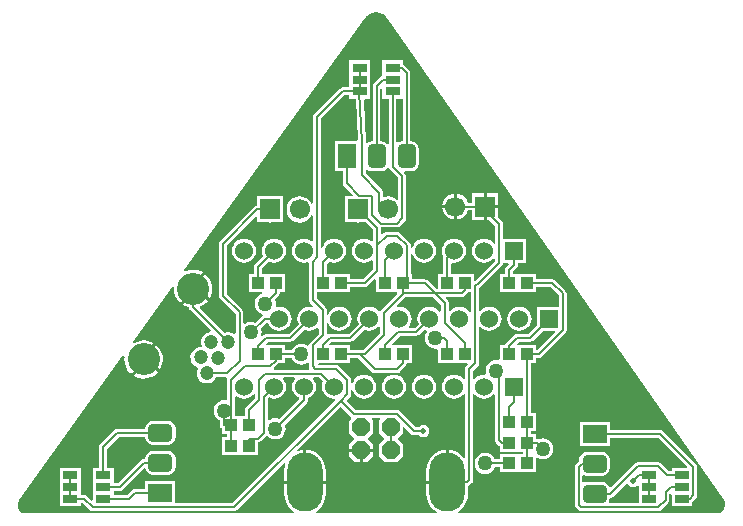
<source format=gtl>
G04 Layer_Physical_Order=1*
G04 Layer_Color=25308*
%FSLAX24Y24*%
%MOIN*%
G70*
G01*
G75*
%ADD10R,0.0492X0.0295*%
%ADD11R,0.0413X0.0394*%
%ADD12C,0.0059*%
%ADD13C,0.1070*%
%ADD14C,0.0472*%
%ADD15C,0.0669*%
%ADD16R,0.0669X0.0669*%
%ADD17P,0.0639X8X202.5*%
%ADD18O,0.1181X0.1969*%
%ADD19R,0.0600X0.0800*%
G04:AMPARAMS|DCode=20|XSize=60mil|YSize=80mil|CornerRadius=15mil|HoleSize=0mil|Usage=FLASHONLY|Rotation=0.000|XOffset=0mil|YOffset=0mil|HoleType=Round|Shape=RoundedRectangle|*
%AMROUNDEDRECTD20*
21,1,0.0600,0.0500,0,0,0.0*
21,1,0.0300,0.0800,0,0,0.0*
1,1,0.0300,0.0150,-0.0250*
1,1,0.0300,-0.0150,-0.0250*
1,1,0.0300,-0.0150,0.0250*
1,1,0.0300,0.0150,0.0250*
%
%ADD20ROUNDEDRECTD20*%
%ADD21R,0.0800X0.0600*%
G04:AMPARAMS|DCode=22|XSize=60mil|YSize=80mil|CornerRadius=15mil|HoleSize=0mil|Usage=FLASHONLY|Rotation=90.000|XOffset=0mil|YOffset=0mil|HoleType=Round|Shape=RoundedRectangle|*
%AMROUNDEDRECTD22*
21,1,0.0600,0.0500,0,0,90.0*
21,1,0.0300,0.0800,0,0,90.0*
1,1,0.0300,0.0250,0.0150*
1,1,0.0300,0.0250,-0.0150*
1,1,0.0300,-0.0250,-0.0150*
1,1,0.0300,-0.0250,0.0150*
%
%ADD22ROUNDEDRECTD22*%
%ADD23C,0.0600*%
%ADD24R,0.0600X0.0600*%
%ADD25C,0.0197*%
%ADD26C,0.0500*%
G36*
X26308Y16155D02*
Y15935D01*
X25761Y15388D01*
X25307D01*
Y15553D01*
X24645D01*
X24626Y15599D01*
X24695Y15668D01*
X25324D01*
X25374Y15678D01*
X25417Y15707D01*
X25787Y16076D01*
X25856Y16047D01*
X25961Y16034D01*
X26065Y16047D01*
X26162Y16088D01*
X26246Y16152D01*
X26261Y16171D01*
X26308Y16155D01*
D02*
G37*
G36*
X24268Y16106D02*
Y15935D01*
X23977Y15643D01*
X23948Y15601D01*
X23941Y15567D01*
X23892Y15542D01*
X23867Y15562D01*
X23781Y15597D01*
X23690Y15609D01*
X23599Y15597D01*
X23513Y15562D01*
X23440Y15506D01*
X23384Y15432D01*
X23366Y15388D01*
X23141D01*
Y15553D01*
X22529D01*
X22510Y15599D01*
X22579Y15668D01*
X23324D01*
X23374Y15678D01*
X23417Y15707D01*
X23787Y16076D01*
X23856Y16047D01*
X23961Y16034D01*
X24065Y16047D01*
X24162Y16088D01*
X24218Y16130D01*
X24268Y16106D01*
D02*
G37*
G36*
X30604Y18251D02*
X30517Y18163D01*
X30488Y18121D01*
X30478Y18070D01*
Y17915D01*
X30304D01*
Y17321D01*
X31507D01*
Y17486D01*
X32007D01*
X32268Y17225D01*
Y16837D01*
X31561D01*
Y16224D01*
X31269Y15932D01*
X30880D01*
X30829Y15922D01*
X30787Y15893D01*
X30517Y15624D01*
X30488Y15581D01*
X30483Y15553D01*
X30304D01*
Y15092D01*
X30254Y15055D01*
X30190Y15063D01*
X30099Y15051D01*
X30013Y15016D01*
X29940Y14960D01*
X29884Y14887D01*
X29849Y14801D01*
X29837Y14710D01*
X29849Y14619D01*
X29852Y14611D01*
X29822Y14571D01*
X29780Y14577D01*
X29675Y14563D01*
X29578Y14523D01*
X29494Y14459D01*
X29462Y14417D01*
X29412Y14434D01*
Y14705D01*
X29573Y14867D01*
X29602Y14909D01*
X29612Y14960D01*
Y16156D01*
X29659Y16172D01*
X29675Y16152D01*
X29759Y16088D01*
X29856Y16047D01*
X29961Y16034D01*
X30065Y16047D01*
X30162Y16088D01*
X30246Y16152D01*
X30310Y16235D01*
X30350Y16333D01*
X30364Y16437D01*
X30350Y16541D01*
X30310Y16639D01*
X30246Y16722D01*
X30162Y16786D01*
X30065Y16827D01*
X29961Y16840D01*
X29856Y16827D01*
X29759Y16786D01*
X29675Y16722D01*
X29659Y16702D01*
X29612Y16718D01*
Y17465D01*
X29633Y17486D01*
X29663Y17507D01*
X30373Y18217D01*
X30402Y18259D01*
X30410Y18301D01*
X30584D01*
X30604Y18251D01*
D02*
G37*
G36*
X28338Y16905D02*
Y16685D01*
X28288Y16668D01*
X28246Y16722D01*
X28162Y16786D01*
X28065Y16827D01*
X27961Y16840D01*
X27856Y16827D01*
X27759Y16786D01*
X27675Y16722D01*
X27611Y16639D01*
X27571Y16541D01*
X27557Y16437D01*
X27571Y16333D01*
X27600Y16263D01*
X27469Y16132D01*
X27294D01*
X27269Y16182D01*
X27310Y16235D01*
X27350Y16333D01*
X27364Y16437D01*
X27350Y16541D01*
X27310Y16639D01*
X27246Y16722D01*
X27162Y16786D01*
X27065Y16827D01*
X26961Y16840D01*
X26888Y16831D01*
X26865Y16878D01*
X27145Y17158D01*
X28085D01*
X28338Y16905D01*
D02*
G37*
G36*
X29348Y16671D02*
X29298Y16654D01*
X29246Y16722D01*
X29162Y16786D01*
X29065Y16827D01*
X28961Y16840D01*
X28856Y16827D01*
X28759Y16786D01*
X28675Y16722D01*
X28652Y16692D01*
X28602Y16709D01*
Y16960D01*
X28592Y17011D01*
X28563Y17053D01*
X28505Y17112D01*
X28524Y17158D01*
X29040D01*
X29091Y17168D01*
X29133Y17197D01*
X29227Y17290D01*
X29248Y17321D01*
X29348D01*
Y16671D01*
D02*
G37*
G36*
X22148Y13914D02*
Y13795D01*
X21855Y13502D01*
X21827Y13459D01*
X21817Y13409D01*
Y13191D01*
X21482D01*
X21482Y13370D01*
X21482Y13834D01*
X21532Y13859D01*
X21578Y13824D01*
X21675Y13784D01*
X21780Y13770D01*
X21884Y13784D01*
X21981Y13824D01*
X22065Y13888D01*
X22098Y13931D01*
X22148Y13914D01*
D02*
G37*
G36*
X26305Y26631D02*
X26424Y26582D01*
X26474Y26544D01*
X26509Y26513D01*
X26509Y26512D01*
X26517Y26495D01*
X26517Y26494D01*
X26517Y26494D01*
X26553Y26460D01*
X37796Y10394D01*
X37804Y10375D01*
X37816Y10287D01*
X37815Y10285D01*
X37816Y10284D01*
X37803Y10191D01*
X37767Y10103D01*
X37709Y10027D01*
X37641Y9975D01*
X37641Y9975D01*
X37598Y9956D01*
D01*
X37553Y9945D01*
X28918D01*
X28905Y9995D01*
X28937Y10012D01*
X29042Y10098D01*
X29128Y10203D01*
X29192Y10323D01*
X29232Y10453D01*
X29245Y10589D01*
Y10857D01*
X29251Y10858D01*
X29293Y10887D01*
X29373Y10967D01*
X29402Y11009D01*
X29412Y11060D01*
Y13913D01*
X29462Y13930D01*
X29494Y13888D01*
X29578Y13824D01*
X29675Y13784D01*
X29780Y13770D01*
X29884Y13784D01*
X29981Y13824D01*
X30065Y13888D01*
X30088Y13918D01*
X30138Y13901D01*
Y12400D01*
X30148Y12349D01*
X30177Y12307D01*
X30273Y12210D01*
X30304Y12190D01*
Y12006D01*
X31068D01*
Y11911D01*
X30304D01*
Y11746D01*
X30140D01*
X30122Y11791D01*
X30065Y11864D01*
X29992Y11920D01*
X29907Y11955D01*
X29816Y11967D01*
X29724Y11955D01*
X29639Y11920D01*
X29566Y11864D01*
X29510Y11791D01*
X29475Y11706D01*
X29463Y11614D01*
X29475Y11523D01*
X29510Y11438D01*
X29566Y11365D01*
X29639Y11308D01*
X29724Y11273D01*
X29816Y11261D01*
X29907Y11273D01*
X29992Y11308D01*
X30065Y11365D01*
X30122Y11438D01*
X30140Y11482D01*
X30304D01*
Y11317D01*
X31507D01*
Y11781D01*
X31552Y11803D01*
X31563Y11794D01*
X31649Y11759D01*
X31740Y11747D01*
X31831Y11759D01*
X31917Y11794D01*
X31990Y11850D01*
X32046Y11923D01*
X32081Y12009D01*
X32093Y12100D01*
X32081Y12191D01*
X32046Y12277D01*
X31990Y12350D01*
X31917Y12406D01*
X31831Y12441D01*
X31740Y12453D01*
X31649Y12441D01*
X31596Y12419D01*
X31587Y12425D01*
X31537Y12435D01*
X31507D01*
Y12600D01*
X31333D01*
Y12695D01*
X31507D01*
Y13289D01*
X31342D01*
Y14591D01*
X31333Y14637D01*
Y14959D01*
X31507D01*
Y15124D01*
X31606D01*
X31656Y15134D01*
X31699Y15163D01*
X32493Y15957D01*
X32522Y15999D01*
X32532Y16050D01*
Y17280D01*
X32522Y17331D01*
X32493Y17373D01*
X32155Y17711D01*
X32112Y17740D01*
X32062Y17750D01*
X31507D01*
Y17915D01*
X30742D01*
Y18015D01*
X30873Y18146D01*
X30902Y18189D01*
X30912Y18239D01*
Y18301D01*
X31180D01*
Y19101D01*
X30412D01*
Y19590D01*
X30402Y19641D01*
X30373Y19683D01*
X30257Y19799D01*
Y20127D01*
X29873D01*
Y19743D01*
X29941D01*
X30148Y19535D01*
Y18960D01*
X30098Y18943D01*
X30065Y18986D01*
X29981Y19050D01*
X29884Y19090D01*
X29780Y19104D01*
X29675Y19090D01*
X29578Y19050D01*
X29494Y18986D01*
X29430Y18903D01*
X29390Y18805D01*
X29376Y18701D01*
X29390Y18596D01*
X29430Y18499D01*
X29494Y18415D01*
X29578Y18351D01*
X29675Y18311D01*
X29780Y18297D01*
X29884Y18311D01*
X29981Y18351D01*
X30065Y18415D01*
X30098Y18459D01*
X30148Y18442D01*
Y18365D01*
X29497Y17714D01*
X29491Y17709D01*
X29441Y17736D01*
Y17915D01*
X28675D01*
Y18273D01*
X28713Y18306D01*
X28780Y18297D01*
X28884Y18311D01*
X28981Y18351D01*
X29065Y18415D01*
X29129Y18499D01*
X29169Y18596D01*
X29183Y18701D01*
X29169Y18805D01*
X29129Y18903D01*
X29065Y18986D01*
X28981Y19050D01*
X28884Y19090D01*
X28780Y19104D01*
X28675Y19090D01*
X28578Y19050D01*
X28494Y18986D01*
X28430Y18903D01*
X28390Y18805D01*
X28376Y18701D01*
X28390Y18596D01*
X28423Y18517D01*
X28421Y18515D01*
X28411Y18465D01*
Y17915D01*
X28237D01*
Y17442D01*
X28187Y17430D01*
X27905Y17711D01*
X27862Y17740D01*
X27812Y17750D01*
X27374D01*
Y17915D01*
X27342D01*
Y18587D01*
X27390Y18596D01*
X27430Y18499D01*
X27494Y18415D01*
X27578Y18351D01*
X27675Y18311D01*
X27780Y18297D01*
X27884Y18311D01*
X27981Y18351D01*
X28065Y18415D01*
X28129Y18499D01*
X28169Y18596D01*
X28183Y18701D01*
X28169Y18805D01*
X28129Y18903D01*
X28065Y18986D01*
X27981Y19050D01*
X27884Y19090D01*
X27780Y19104D01*
X27675Y19090D01*
X27578Y19050D01*
X27494Y18986D01*
X27430Y18903D01*
X27390Y18805D01*
X27342Y18815D01*
Y18880D01*
X27332Y18931D01*
X27303Y18973D01*
X26973Y19303D01*
X26931Y19332D01*
X26880Y19342D01*
X26540D01*
X26489Y19332D01*
X26447Y19303D01*
X26388Y19245D01*
X26342Y19264D01*
Y19459D01*
X26357Y19478D01*
X26880D01*
X26931Y19488D01*
X26973Y19517D01*
X27153Y19697D01*
X27182Y19739D01*
X27192Y19790D01*
Y21180D01*
X27182Y21231D01*
X27153Y21273D01*
X27127Y21299D01*
X27147Y21346D01*
X27347D01*
X27444Y21365D01*
X27527Y21420D01*
X27582Y21503D01*
X27602Y21600D01*
Y22100D01*
X27582Y22198D01*
X27527Y22281D01*
X27444Y22336D01*
X27347Y22355D01*
X27329D01*
Y24640D01*
X27319Y24691D01*
X27290Y24733D01*
X27127Y24897D01*
X27084Y24925D01*
X27078Y24926D01*
Y25051D01*
X26386D01*
Y24556D01*
Y24539D01*
X26349Y24531D01*
X26307Y24503D01*
X26103Y24300D01*
X26075Y24257D01*
X26065Y24206D01*
Y22355D01*
X26047D01*
X25949Y22336D01*
X25882Y22291D01*
X25857Y22295D01*
X25836Y22309D01*
X25832Y22313D01*
X25765Y23732D01*
X25800Y23768D01*
X25976D01*
Y24162D01*
Y24556D01*
Y25051D01*
X25284D01*
Y24556D01*
Y24162D01*
Y24148D01*
X25070D01*
X25019Y24138D01*
X24977Y24109D01*
X24117Y23249D01*
X24088Y23206D01*
X24078Y23156D01*
Y20283D01*
X24028Y20273D01*
X24017Y20298D01*
X23948Y20389D01*
X23857Y20458D01*
X23751Y20502D01*
X23638Y20517D01*
X23524Y20502D01*
X23419Y20458D01*
X23328Y20389D01*
X23258Y20298D01*
X23214Y20192D01*
X23199Y20079D01*
X23214Y19965D01*
X23258Y19860D01*
X23328Y19769D01*
X23419Y19699D01*
X23524Y19655D01*
X23638Y19640D01*
X23751Y19655D01*
X23857Y19699D01*
X23948Y19769D01*
X24017Y19860D01*
X24028Y19885D01*
X24078Y19875D01*
Y19039D01*
X24028Y19014D01*
X23981Y19050D01*
X23884Y19090D01*
X23780Y19104D01*
X23675Y19090D01*
X23578Y19050D01*
X23494Y18986D01*
X23430Y18903D01*
X23390Y18805D01*
X23376Y18701D01*
X23390Y18596D01*
X23430Y18499D01*
X23494Y18415D01*
X23578Y18351D01*
X23675Y18311D01*
X23780Y18297D01*
X23884Y18311D01*
X23896Y18316D01*
X23938Y18288D01*
Y17070D01*
X23948Y17019D01*
X23977Y16977D01*
X24080Y16873D01*
X24075Y16856D01*
X24054Y16828D01*
X23961Y16840D01*
X23856Y16827D01*
X23759Y16786D01*
X23675Y16722D01*
X23611Y16639D01*
X23571Y16541D01*
X23557Y16437D01*
X23571Y16333D01*
X23600Y16263D01*
X23269Y15932D01*
X22524D01*
X22474Y15922D01*
X22431Y15893D01*
X22390Y15853D01*
X22348Y15881D01*
X22351Y15889D01*
X22363Y15980D01*
X22351Y16071D01*
X22333Y16116D01*
X22522Y16305D01*
X22582D01*
X22611Y16235D01*
X22675Y16152D01*
X22759Y16088D01*
X22856Y16047D01*
X22961Y16034D01*
X23065Y16047D01*
X23162Y16088D01*
X23246Y16152D01*
X23310Y16235D01*
X23350Y16333D01*
X23364Y16437D01*
X23350Y16541D01*
X23310Y16639D01*
X23246Y16722D01*
X23162Y16786D01*
X23065Y16827D01*
X22961Y16840D01*
X22882Y16830D01*
X22875Y16833D01*
X22841Y16867D01*
X22839Y16873D01*
X22848Y16940D01*
X22836Y17031D01*
X22817Y17076D01*
X22928Y17187D01*
X22957Y17229D01*
X22967Y17280D01*
Y17321D01*
X23141D01*
Y17915D01*
X22376D01*
Y18111D01*
X22605Y18340D01*
X22675Y18311D01*
X22780Y18297D01*
X22884Y18311D01*
X22981Y18351D01*
X23065Y18415D01*
X23129Y18499D01*
X23169Y18596D01*
X23183Y18701D01*
X23169Y18805D01*
X23129Y18903D01*
X23065Y18986D01*
X22981Y19050D01*
X22884Y19090D01*
X22780Y19104D01*
X22675Y19090D01*
X22578Y19050D01*
X22494Y18986D01*
X22430Y18903D01*
X22390Y18805D01*
X22376Y18701D01*
X22390Y18596D01*
X22419Y18527D01*
X22151Y18259D01*
X22122Y18216D01*
X22112Y18165D01*
Y17915D01*
X21937D01*
Y17321D01*
X22370D01*
X22380Y17271D01*
X22318Y17246D01*
X22245Y17190D01*
X22189Y17117D01*
X22154Y17031D01*
X22142Y16940D01*
X22154Y16849D01*
X22189Y16763D01*
X22245Y16690D01*
X22318Y16634D01*
X22396Y16602D01*
X22402Y16574D01*
X22401Y16549D01*
X22374Y16530D01*
X22146Y16303D01*
X22101Y16321D01*
X22010Y16333D01*
X21919Y16321D01*
X21833Y16286D01*
X21807Y16265D01*
X21762Y16287D01*
Y16650D01*
X21752Y16701D01*
X21723Y16743D01*
X21202Y17265D01*
Y18885D01*
X22157Y19840D01*
X22203Y19821D01*
Y19644D01*
X22609D01*
X22638Y19640D01*
X22666Y19644D01*
X23072D01*
Y20050D01*
X23076Y20079D01*
X23072Y20107D01*
Y20513D01*
X22666D01*
X22638Y20517D01*
X22609Y20513D01*
X22203D01*
Y20210D01*
X22158Y20201D01*
X22115Y20172D01*
X20977Y19033D01*
X20948Y18991D01*
X20938Y18940D01*
Y17210D01*
X20948Y17159D01*
X20977Y17117D01*
X21498Y16595D01*
Y15947D01*
X21448Y15931D01*
X21376Y15968D01*
X21289Y15987D01*
X21201Y15984D01*
X21134Y15962D01*
X20303Y16793D01*
X20322Y16845D01*
X20426Y16897D01*
X20524Y16974D01*
X20573Y17031D01*
X20095Y17365D01*
X19761Y16888D01*
X19826Y16851D01*
X19945Y16812D01*
X19954Y16811D01*
X19959Y16786D01*
X19961Y16776D01*
X19989Y16733D01*
X20674Y16048D01*
X20654Y15997D01*
X20633Y15997D01*
X20549Y15970D01*
X20474Y15922D01*
X20414Y15857D01*
X20374Y15779D01*
X20354Y15692D01*
X20358Y15604D01*
X20381Y15531D01*
X20371Y15509D01*
X20366Y15501D01*
X20348Y15484D01*
X20272Y15481D01*
X20188Y15454D01*
X20113Y15406D01*
X20053Y15341D01*
X20012Y15263D01*
X19993Y15176D01*
X19997Y15088D01*
X20024Y15003D01*
X20071Y14929D01*
X20136Y14869D01*
X20215Y14828D01*
X20238Y14772D01*
X20219Y14734D01*
X20199Y14647D01*
X20203Y14559D01*
X20230Y14474D01*
X20277Y14400D01*
X20343Y14340D01*
X20421Y14299D01*
X20508Y14280D01*
X20596Y14284D01*
X20681Y14310D01*
X20755Y14358D01*
X20815Y14423D01*
X20848Y14486D01*
X21191D01*
X21206Y14471D01*
X21220Y14452D01*
X21226Y14438D01*
X21222Y14420D01*
X21218Y14400D01*
Y14400D01*
Y14400D01*
X21218Y13758D01*
X21168Y13716D01*
X21116Y13723D01*
X21025Y13711D01*
X20940Y13676D01*
X20867Y13620D01*
X20811Y13547D01*
X20775Y13461D01*
X20763Y13370D01*
X20775Y13279D01*
X20811Y13193D01*
X20867Y13120D01*
X20940Y13064D01*
X20984Y13046D01*
Y12894D01*
X20994Y12843D01*
X21023Y12800D01*
X21052Y12781D01*
Y12597D01*
X21218D01*
Y12502D01*
X21052D01*
Y11908D01*
X22256D01*
Y12311D01*
X22291Y12318D01*
X22333Y12347D01*
X22507Y12521D01*
X22570Y12520D01*
X22574Y12518D01*
X22643Y12464D01*
X22729Y12429D01*
X22820Y12417D01*
X22911Y12429D01*
X22997Y12464D01*
X23070Y12520D01*
X23126Y12593D01*
X23161Y12679D01*
X23173Y12770D01*
X23161Y12861D01*
X23143Y12906D01*
X23873Y13636D01*
X23902Y13679D01*
X23912Y13730D01*
Y13795D01*
X23981Y13824D01*
X24065Y13888D01*
X24129Y13971D01*
X24169Y14069D01*
X24183Y14173D01*
X24169Y14278D01*
X24129Y14375D01*
X24088Y14428D01*
X24113Y14478D01*
X24288D01*
X24419Y14347D01*
X24390Y14278D01*
X24376Y14173D01*
X24390Y14069D01*
X24430Y13971D01*
X24494Y13888D01*
X24578Y13824D01*
X24675Y13784D01*
X24780Y13770D01*
X24806Y13773D01*
X24829Y13726D01*
X21385Y10282D01*
X19496D01*
Y11030D01*
X18496D01*
Y10762D01*
X18137D01*
X18086Y10752D01*
X18043Y10723D01*
X17885Y10565D01*
X17433D01*
Y10579D01*
Y10695D01*
X17630D01*
X17681Y10705D01*
X17723Y10733D01*
X18445Y11455D01*
X18499Y11439D01*
X18511Y11382D01*
X18566Y11300D01*
X18649Y11244D01*
X18746Y11225D01*
X19246D01*
X19344Y11244D01*
X19426Y11300D01*
X19482Y11382D01*
X19501Y11480D01*
Y11780D01*
X19482Y11877D01*
X19426Y11960D01*
X19344Y12015D01*
X19246Y12035D01*
X18746D01*
X18649Y12015D01*
X18566Y11960D01*
X18511Y11877D01*
X18491Y11780D01*
Y11762D01*
X18433D01*
X18383Y11752D01*
X18340Y11723D01*
X17575Y10959D01*
X17433D01*
Y10973D01*
Y11468D01*
X17212D01*
Y12105D01*
X17605Y12498D01*
X18491D01*
Y12480D01*
X18511Y12382D01*
X18566Y12300D01*
X18649Y12244D01*
X18746Y12225D01*
X19246D01*
X19344Y12244D01*
X19426Y12300D01*
X19482Y12382D01*
X19501Y12480D01*
Y12780D01*
X19482Y12877D01*
X19426Y12960D01*
X19344Y13015D01*
X19246Y13035D01*
X18746D01*
X18649Y13015D01*
X18566Y12960D01*
X18511Y12877D01*
X18491Y12780D01*
Y12762D01*
X17550D01*
X17499Y12752D01*
X17457Y12723D01*
X16987Y12253D01*
X16958Y12211D01*
X16948Y12160D01*
Y11468D01*
X16741D01*
Y10973D01*
Y10579D01*
Y10395D01*
X16694Y10375D01*
X16543Y10526D01*
X16501Y10555D01*
X16450Y10565D01*
X16330D01*
Y10579D01*
Y10973D01*
Y11468D01*
X15638D01*
Y10973D01*
Y10579D01*
Y10185D01*
X16330D01*
Y10301D01*
X16395D01*
X16640Y10057D01*
X16683Y10028D01*
X16733Y10018D01*
X21440D01*
X21491Y10028D01*
X21533Y10057D01*
X23117Y11641D01*
X23162Y11614D01*
X23130Y11511D01*
X23117Y11376D01*
Y11032D01*
X23761D01*
Y12065D01*
X23676Y12057D01*
X23573Y12025D01*
X23546Y12070D01*
X24975Y13498D01*
X25025D01*
X25355Y13168D01*
X25356Y13167D01*
X25362Y13103D01*
X25294Y13034D01*
Y12639D01*
X25490Y12443D01*
X25294Y12247D01*
Y12099D01*
X26084D01*
Y12247D01*
X25888Y12443D01*
X26084Y12639D01*
Y13034D01*
X26035Y13083D01*
X26054Y13129D01*
X26308D01*
X26327Y13083D01*
X26278Y13034D01*
Y12639D01*
X26474Y12443D01*
X26278Y12247D01*
Y11852D01*
X26476Y11654D01*
X26871D01*
X27068Y11852D01*
Y12247D01*
X26872Y12443D01*
X27068Y12639D01*
Y12815D01*
X27115Y12834D01*
X27346Y12603D01*
X27389Y12575D01*
X27439Y12565D01*
X27606D01*
X27613Y12554D01*
X27678Y12510D01*
X27756Y12495D01*
X27833Y12510D01*
X27899Y12554D01*
X27943Y12619D01*
X27958Y12697D01*
X27943Y12774D01*
X27899Y12840D01*
X27833Y12884D01*
X27756Y12899D01*
X27678Y12884D01*
X27613Y12840D01*
X27606Y12829D01*
X27494D01*
X26968Y13355D01*
X26925Y13383D01*
X26875Y13393D01*
X25503D01*
X25187Y13710D01*
X25303Y13827D01*
X25332Y13869D01*
X25342Y13920D01*
Y14059D01*
X25390Y14069D01*
X25430Y13971D01*
X25494Y13888D01*
X25578Y13824D01*
X25675Y13784D01*
X25780Y13770D01*
X25884Y13784D01*
X25981Y13824D01*
X26065Y13888D01*
X26129Y13971D01*
X26169Y14069D01*
X26183Y14173D01*
X26169Y14278D01*
X26129Y14375D01*
X26065Y14459D01*
X25981Y14523D01*
X25884Y14563D01*
X25780Y14577D01*
X25675Y14563D01*
X25578Y14523D01*
X25494Y14459D01*
X25430Y14375D01*
X25390Y14278D01*
X25342Y14287D01*
Y14400D01*
X25332Y14451D01*
X25303Y14493D01*
X24933Y14863D01*
X24891Y14892D01*
X24840Y14902D01*
X24257D01*
X24251Y14909D01*
X24274Y14959D01*
X25307D01*
Y15124D01*
X25589D01*
X26047Y14667D01*
X26089Y14638D01*
X26140Y14628D01*
X26880D01*
X26931Y14638D01*
X26973Y14667D01*
X27160Y14854D01*
X27189Y14896D01*
X27199Y14947D01*
Y14959D01*
X27374D01*
Y15553D01*
X26725D01*
X26706Y15599D01*
X26975Y15868D01*
X27524D01*
X27574Y15878D01*
X27617Y15907D01*
X27787Y16076D01*
X27854Y16048D01*
X27856Y16047D01*
X27876Y15994D01*
X27854Y15967D01*
X27819Y15881D01*
X27807Y15790D01*
X27819Y15699D01*
X27854Y15613D01*
X27910Y15540D01*
X27983Y15484D01*
X28069Y15449D01*
X28160Y15437D01*
X28199Y15442D01*
X28237Y15409D01*
Y14959D01*
X29227D01*
X29246Y14913D01*
X29187Y14853D01*
X29158Y14811D01*
X29148Y14760D01*
Y14432D01*
X29098Y14415D01*
X29065Y14459D01*
X28981Y14523D01*
X28884Y14563D01*
X28780Y14577D01*
X28675Y14563D01*
X28578Y14523D01*
X28494Y14459D01*
X28430Y14375D01*
X28390Y14278D01*
X28376Y14173D01*
X28390Y14069D01*
X28430Y13971D01*
X28494Y13888D01*
X28578Y13824D01*
X28675Y13784D01*
X28780Y13770D01*
X28884Y13784D01*
X28981Y13824D01*
X29065Y13888D01*
X29098Y13931D01*
X29148Y13914D01*
Y11816D01*
X29098Y11798D01*
X29042Y11867D01*
X28937Y11953D01*
X28817Y12017D01*
X28687Y12057D01*
X28601Y12065D01*
Y10982D01*
X28551D01*
Y10932D01*
X27857D01*
Y10589D01*
X27871Y10453D01*
X27910Y10323D01*
X27974Y10203D01*
X28061Y10098D01*
X28166Y10012D01*
X28197Y9995D01*
X28185Y9945D01*
X24178D01*
X24165Y9995D01*
X24197Y10012D01*
X24302Y10098D01*
X24388Y10203D01*
X24452Y10323D01*
X24492Y10453D01*
X24505Y10589D01*
Y10932D01*
X23117D01*
Y10589D01*
X23130Y10453D01*
X23170Y10323D01*
X23234Y10203D01*
X23320Y10098D01*
X23426Y10012D01*
X23457Y9995D01*
X23444Y9945D01*
X14397D01*
X14390Y9948D01*
X14327Y9996D01*
X14278Y10061D01*
X14247Y10136D01*
X14236Y10216D01*
X14245Y10285D01*
X14261Y10329D01*
D01*
X14262Y10333D01*
X14281Y10366D01*
X14295Y10387D01*
X17751Y15215D01*
X17761Y15214D01*
X17805Y15164D01*
X17796Y15095D01*
X17806Y14970D01*
X17840Y14849D01*
X17896Y14738D01*
X17973Y14640D01*
X18030Y14591D01*
X18393Y15109D01*
X18757Y15628D01*
X18691Y15665D01*
X18572Y15704D01*
X18448Y15719D01*
X18324Y15709D01*
X18203Y15675D01*
X18108Y15627D01*
X18075Y15666D01*
X19403Y17522D01*
X19452Y17504D01*
X19445Y17449D01*
X19454Y17324D01*
X19488Y17204D01*
X19545Y17092D01*
X19622Y16994D01*
X19679Y16945D01*
X20042Y17464D01*
X20405Y17982D01*
X20340Y18019D01*
X20221Y18058D01*
X20097Y18073D01*
X19972Y18063D01*
X19852Y18030D01*
X19815Y18011D01*
X19781Y18050D01*
X25803Y26461D01*
X25816Y26473D01*
X25839Y26494D01*
X25846Y26512D01*
X25881Y26543D01*
X25932Y26582D01*
X26050Y26631D01*
X26178Y26648D01*
X26305Y26631D01*
D02*
G37*
G36*
X23471Y14428D02*
X23430Y14375D01*
X23390Y14278D01*
X23376Y14173D01*
X23390Y14069D01*
X23430Y13971D01*
X23494Y13888D01*
X23578Y13824D01*
X23605Y13813D01*
X23617Y13754D01*
X22956Y13093D01*
X22911Y13111D01*
X22820Y13123D01*
X22729Y13111D01*
X22643Y13076D01*
X22617Y13055D01*
X22572Y13077D01*
Y13779D01*
X22605Y13812D01*
X22675Y13784D01*
X22780Y13770D01*
X22884Y13784D01*
X22981Y13824D01*
X23065Y13888D01*
X23129Y13971D01*
X23169Y14069D01*
X23183Y14173D01*
X23169Y14278D01*
X23129Y14375D01*
X23088Y14428D01*
X23113Y14478D01*
X23446D01*
X23471Y14428D01*
D02*
G37*
G36*
X32154Y15991D02*
X31557Y15394D01*
X31507Y15403D01*
Y15553D01*
X30885D01*
X30866Y15599D01*
X30935Y15668D01*
X31324D01*
X31374Y15678D01*
X31417Y15707D01*
X31747Y16037D01*
X32135D01*
X32154Y15991D01*
D02*
G37*
G36*
X23384Y15079D02*
X23440Y15006D01*
X23513Y14950D01*
X23599Y14915D01*
X23690Y14903D01*
X23781Y14915D01*
X23867Y14950D01*
X23893Y14971D01*
X23938Y14948D01*
Y14860D01*
X23948Y14809D01*
X23960Y14792D01*
X23933Y14742D01*
X22794D01*
X22773Y14792D01*
X22928Y14947D01*
X22936Y14959D01*
X23141D01*
Y15124D01*
X23366D01*
X23384Y15079D01*
D02*
G37*
G36*
X26170Y17738D02*
Y17321D01*
X26869D01*
X26888Y17275D01*
X26347Y16733D01*
X26325Y16701D01*
X26271Y16690D01*
X26246Y16722D01*
X26162Y16786D01*
X26065Y16827D01*
X25961Y16840D01*
X25856Y16827D01*
X25759Y16786D01*
X25675Y16722D01*
X25611Y16639D01*
X25571Y16541D01*
X25557Y16437D01*
X25571Y16333D01*
X25600Y16263D01*
X25269Y15932D01*
X24640D01*
X24589Y15922D01*
X24582Y15917D01*
X24532Y15944D01*
Y16296D01*
X24582Y16306D01*
X24611Y16235D01*
X24675Y16152D01*
X24759Y16088D01*
X24856Y16047D01*
X24961Y16034D01*
X25065Y16047D01*
X25162Y16088D01*
X25246Y16152D01*
X25310Y16235D01*
X25350Y16333D01*
X25364Y16437D01*
X25350Y16541D01*
X25310Y16639D01*
X25246Y16722D01*
X25162Y16786D01*
X25065Y16827D01*
X24961Y16840D01*
X24856Y16827D01*
X24759Y16786D01*
X24675Y16722D01*
X24611Y16639D01*
X24582Y16568D01*
X24532Y16578D01*
Y16740D01*
X24522Y16791D01*
X24493Y16833D01*
X24202Y17125D01*
Y17321D01*
X25307D01*
Y17486D01*
X25798D01*
X25849Y17496D01*
X25891Y17525D01*
X26123Y17757D01*
X26170Y17738D01*
D02*
G37*
G36*
X25284Y23768D02*
X25499D01*
X25564Y22387D01*
X25529Y22350D01*
X24797D01*
Y21350D01*
X25065D01*
Y20960D01*
X25075Y20909D01*
X25103Y20867D01*
X25411Y20560D01*
X25391Y20513D01*
X25156D01*
Y20107D01*
X25152Y20079D01*
X25156Y20050D01*
Y19644D01*
X25562D01*
X25591Y19640D01*
X25619Y19644D01*
X25838D01*
X26078Y19405D01*
Y19039D01*
X26028Y19014D01*
X25981Y19050D01*
X25884Y19090D01*
X25780Y19104D01*
X25675Y19090D01*
X25578Y19050D01*
X25494Y18986D01*
X25430Y18903D01*
X25390Y18805D01*
X25376Y18701D01*
X25390Y18596D01*
X25430Y18499D01*
X25494Y18415D01*
X25578Y18351D01*
X25675Y18311D01*
X25780Y18297D01*
X25884Y18311D01*
X25981Y18351D01*
X26028Y18387D01*
X26078Y18363D01*
Y18085D01*
X25743Y17750D01*
X25307D01*
Y17915D01*
X24542D01*
Y18276D01*
X24605Y18340D01*
X24675Y18311D01*
X24780Y18297D01*
X24884Y18311D01*
X24981Y18351D01*
X25065Y18415D01*
X25129Y18499D01*
X25169Y18596D01*
X25183Y18701D01*
X25169Y18805D01*
X25129Y18903D01*
X25065Y18986D01*
X24981Y19050D01*
X24884Y19090D01*
X24780Y19104D01*
X24675Y19090D01*
X24578Y19050D01*
X24494Y18986D01*
X24430Y18903D01*
X24390Y18805D01*
X24342Y18815D01*
Y23101D01*
X25125Y23884D01*
X25284D01*
Y23768D01*
D02*
G37*
G36*
X27065Y22355D02*
X27047D01*
X26949Y22336D01*
X26912Y22311D01*
X26862Y22338D01*
Y23768D01*
X27065D01*
Y22355D01*
D02*
G37*
G36*
X26386Y24086D02*
Y23768D01*
X26598D01*
Y22265D01*
X26548Y22249D01*
X26527Y22281D01*
X26444Y22336D01*
X26347Y22355D01*
X26329D01*
Y24108D01*
X26336Y24113D01*
X26386Y24086D01*
D02*
G37*
G36*
X26587Y21461D02*
X26611Y21455D01*
X26637Y21417D01*
X26928Y21125D01*
Y20431D01*
X26878Y20406D01*
X26810Y20458D01*
X26704Y20502D01*
X26591Y20517D01*
X26477Y20502D01*
X26459Y20495D01*
X26418Y20523D01*
Y20642D01*
X26407Y20693D01*
X26379Y20736D01*
X25832Y21282D01*
Y21389D01*
X25882Y21410D01*
X25949Y21365D01*
X26047Y21346D01*
X26347D01*
X26444Y21365D01*
X26527Y21420D01*
X26556Y21464D01*
X26587Y21461D01*
D02*
G37*
%LPC*%
G36*
X26780Y14577D02*
X26675Y14563D01*
X26578Y14523D01*
X26494Y14459D01*
X26430Y14375D01*
X26390Y14278D01*
X26376Y14173D01*
X26390Y14069D01*
X26430Y13971D01*
X26494Y13888D01*
X26578Y13824D01*
X26675Y13784D01*
X26780Y13770D01*
X26884Y13784D01*
X26981Y13824D01*
X27065Y13888D01*
X27129Y13971D01*
X27169Y14069D01*
X27183Y14173D01*
X27169Y14278D01*
X27129Y14375D01*
X27065Y14459D01*
X26981Y14523D01*
X26884Y14563D01*
X26780Y14577D01*
D02*
G37*
G36*
X26084Y11999D02*
X25739D01*
Y11654D01*
X25887D01*
X26084Y11852D01*
Y11999D01*
D02*
G37*
G36*
X28501Y12065D02*
X28416Y12057D01*
X28286Y12017D01*
X28166Y11953D01*
X28061Y11867D01*
X27974Y11761D01*
X27910Y11642D01*
X27871Y11511D01*
X27857Y11376D01*
Y11032D01*
X28501D01*
Y12065D01*
D02*
G37*
G36*
X23861D02*
Y11032D01*
X24505D01*
Y11376D01*
X24492Y11511D01*
X24452Y11642D01*
X24388Y11761D01*
X24302Y11867D01*
X24197Y11953D01*
X24077Y12017D01*
X23946Y12057D01*
X23861Y12065D01*
D02*
G37*
G36*
X25639Y11999D02*
X25294D01*
Y11852D01*
X25491Y11654D01*
X25639D01*
Y11999D01*
D02*
G37*
G36*
X33965Y12998D02*
X32965D01*
Y12198D01*
X33965D01*
Y12466D01*
X35607D01*
X36559Y11514D01*
X36540Y11468D01*
X36032D01*
Y11353D01*
X35935D01*
X35674Y11613D01*
X35631Y11642D01*
X35580Y11652D01*
X34900D01*
X34850Y11642D01*
X34807Y11613D01*
X34002Y10809D01*
X33955Y10823D01*
X33950Y10846D01*
X33895Y10929D01*
X33812Y10984D01*
X33715Y11003D01*
X33215D01*
X33117Y10984D01*
X33106Y10977D01*
X33062Y11000D01*
Y11197D01*
X33106Y11220D01*
X33117Y11213D01*
X33215Y11194D01*
X33715D01*
X33812Y11213D01*
X33895Y11268D01*
X33950Y11351D01*
X33969Y11448D01*
Y11748D01*
X33950Y11846D01*
X33895Y11929D01*
X33812Y11984D01*
X33715Y12003D01*
X33215D01*
X33117Y11984D01*
X33034Y11929D01*
X32979Y11846D01*
X32960Y11748D01*
Y11701D01*
X32947Y11692D01*
X32837Y11582D01*
X32808Y11539D01*
X32798Y11488D01*
Y10240D01*
X32808Y10189D01*
X32837Y10147D01*
X32927Y10057D01*
X32969Y10028D01*
X33020Y10018D01*
X35580D01*
X35631Y10028D01*
X35673Y10057D01*
X35923Y10307D01*
X35952Y10349D01*
X35962Y10400D01*
Y10584D01*
X35982Y10599D01*
X36023Y10583D01*
X36032Y10575D01*
Y10185D01*
X36724D01*
Y10333D01*
X36733Y10340D01*
X36853Y10460D01*
X36882Y10503D01*
X36892Y10553D01*
Y11500D01*
X36882Y11551D01*
X36853Y11593D01*
X35755Y12692D01*
X35712Y12720D01*
X35662Y12730D01*
X33965D01*
Y12998D01*
D02*
G37*
G36*
X27780Y14577D02*
X27675Y14563D01*
X27578Y14523D01*
X27494Y14459D01*
X27430Y14375D01*
X27390Y14278D01*
X27376Y14173D01*
X27390Y14069D01*
X27430Y13971D01*
X27494Y13888D01*
X27578Y13824D01*
X27675Y13784D01*
X27780Y13770D01*
X27884Y13784D01*
X27981Y13824D01*
X28065Y13888D01*
X28129Y13971D01*
X28169Y14069D01*
X28183Y14173D01*
X28169Y14278D01*
X28129Y14375D01*
X28065Y14459D01*
X27981Y14523D01*
X27884Y14563D01*
X27780Y14577D01*
D02*
G37*
G36*
X30961Y16840D02*
X30856Y16827D01*
X30759Y16786D01*
X30675Y16722D01*
X30611Y16639D01*
X30571Y16541D01*
X30557Y16437D01*
X30571Y16333D01*
X30611Y16235D01*
X30675Y16152D01*
X30759Y16088D01*
X30856Y16047D01*
X30961Y16034D01*
X31065Y16047D01*
X31162Y16088D01*
X31246Y16152D01*
X31310Y16235D01*
X31350Y16333D01*
X31364Y16437D01*
X31350Y16541D01*
X31310Y16639D01*
X31246Y16722D01*
X31162Y16786D01*
X31065Y16827D01*
X30961Y16840D01*
D02*
G37*
G36*
X28773Y20127D02*
X28391D01*
X28399Y20064D01*
X28443Y19958D01*
X28513Y19867D01*
X28604Y19798D01*
X28709Y19754D01*
X28773Y19745D01*
Y20127D01*
D02*
G37*
G36*
X20487Y17925D02*
X20152Y17447D01*
X20630Y17113D01*
X20667Y17178D01*
X20706Y17297D01*
X20721Y17421D01*
X20711Y17546D01*
X20678Y17666D01*
X20621Y17778D01*
X20544Y17876D01*
X20487Y17925D01*
D02*
G37*
G36*
X21780Y19104D02*
X21675Y19090D01*
X21578Y19050D01*
X21494Y18986D01*
X21430Y18903D01*
X21390Y18805D01*
X21376Y18701D01*
X21390Y18596D01*
X21430Y18499D01*
X21494Y18415D01*
X21578Y18351D01*
X21675Y18311D01*
X21780Y18297D01*
X21884Y18311D01*
X21981Y18351D01*
X22065Y18415D01*
X22129Y18499D01*
X22169Y18596D01*
X22183Y18701D01*
X22169Y18805D01*
X22129Y18903D01*
X22065Y18986D01*
X21981Y19050D01*
X21884Y19090D01*
X21780Y19104D01*
D02*
G37*
G36*
X28773Y20609D02*
X28709Y20601D01*
X28604Y20557D01*
X28513Y20487D01*
X28443Y20396D01*
X28399Y20291D01*
X28391Y20227D01*
X28773D01*
Y20609D01*
D02*
G37*
G36*
X29773Y20612D02*
X29388D01*
Y20309D01*
X29239D01*
X29202Y20396D01*
X29133Y20487D01*
X29042Y20557D01*
X28936Y20601D01*
X28873Y20609D01*
Y20177D01*
Y19745D01*
X28936Y19754D01*
X29042Y19798D01*
X29133Y19867D01*
X29202Y19958D01*
X29239Y20045D01*
X29388D01*
Y19743D01*
X29773D01*
Y20177D01*
Y20612D01*
D02*
G37*
G36*
X18447Y15011D02*
X18112Y14533D01*
X18177Y14497D01*
X18296Y14458D01*
X18420Y14443D01*
X18545Y14452D01*
X18666Y14486D01*
X18777Y14543D01*
X18876Y14620D01*
X18924Y14677D01*
X18447Y15011D01*
D02*
G37*
G36*
X30257Y20612D02*
X29873D01*
Y20227D01*
X30257D01*
Y20612D01*
D02*
G37*
G36*
X18838Y15571D02*
X18504Y15093D01*
X18982Y14759D01*
X19018Y14824D01*
X19057Y14943D01*
X19072Y15067D01*
X19063Y15192D01*
X19029Y15312D01*
X18973Y15424D01*
X18895Y15522D01*
X18838Y15571D01*
D02*
G37*
%LPD*%
G36*
X34568Y10930D02*
X34601Y10881D01*
X34667Y10837D01*
X34744Y10821D01*
X34822Y10837D01*
X34880Y10875D01*
X34930Y10861D01*
Y10579D01*
Y10282D01*
X33957D01*
X33934Y10326D01*
X33950Y10351D01*
X33969Y10448D01*
Y10466D01*
X33979D01*
X34029Y10476D01*
X34072Y10505D01*
X34511Y10943D01*
X34568Y10930D01*
D02*
G37*
D10*
X26732Y24803D02*
D03*
Y24409D02*
D03*
Y24016D02*
D03*
X25630D02*
D03*
Y24409D02*
D03*
Y24803D02*
D03*
X36378Y11220D02*
D03*
Y10827D02*
D03*
Y10433D02*
D03*
X35276D02*
D03*
Y10827D02*
D03*
Y11220D02*
D03*
X17087D02*
D03*
Y10827D02*
D03*
Y10433D02*
D03*
X15984D02*
D03*
Y10827D02*
D03*
Y11220D02*
D03*
D11*
X21358Y12205D02*
D03*
X21949D02*
D03*
X22835Y15256D02*
D03*
X22244D02*
D03*
X22835Y17618D02*
D03*
X22244D02*
D03*
X21358Y12894D02*
D03*
X21949D02*
D03*
X25000Y15256D02*
D03*
X24409D02*
D03*
X25000Y17618D02*
D03*
X24409D02*
D03*
X31201Y11614D02*
D03*
X30610D02*
D03*
X27067Y15256D02*
D03*
X26476D02*
D03*
X27067Y17618D02*
D03*
X26476D02*
D03*
X31201Y12303D02*
D03*
X30610D02*
D03*
X29134Y15256D02*
D03*
X28543D02*
D03*
X29134Y17618D02*
D03*
X28543D02*
D03*
X31201Y12992D02*
D03*
X30610D02*
D03*
X31201Y15256D02*
D03*
X30610D02*
D03*
X31201Y17618D02*
D03*
X30610D02*
D03*
D12*
X25000Y13710D02*
X25210Y13920D01*
X21440Y10150D02*
X25000Y13710D01*
X25449Y13261D01*
X26875D01*
X27439Y12697D01*
X27756D01*
X31537Y12303D02*
X31740Y12100D01*
X34744Y11024D02*
X34941Y11220D01*
X35276D01*
X28140Y17290D02*
X28470Y16960D01*
X27812Y17618D02*
X28140Y17290D01*
X27210Y17618D02*
Y18880D01*
X27067Y17267D02*
Y17290D01*
X27210Y17618D02*
X27812D01*
X28140Y17290D02*
X29040D01*
X27067D02*
X28140D01*
X31210Y12992D02*
Y14591D01*
X31200Y11614D02*
Y12303D01*
X26210Y18880D02*
Y19459D01*
Y18030D02*
Y18880D01*
X25644Y15256D02*
X25816D01*
X21350Y14400D02*
X21350Y13370D01*
X21350Y12894D01*
Y12205D02*
Y12894D01*
X21116D02*
X21350D01*
X29758Y20112D02*
X30280Y19590D01*
X29693Y20177D02*
X29758Y20112D01*
X28551Y10980D02*
X29200D01*
X17080Y11220D02*
Y12160D01*
X26730Y21510D02*
Y24016D01*
X25620D02*
X25620Y24015D01*
X25700Y22300D01*
X26285Y20079D02*
Y20642D01*
X25620Y24016D02*
X25630D01*
X25070D02*
X25620D01*
X26476Y17618D02*
Y18398D01*
X26780Y18701D01*
X28543Y17618D02*
Y18465D01*
X28780Y18701D01*
X21116Y12894D02*
Y13370D01*
X22495Y16940D02*
X22835Y17280D01*
Y17618D01*
X21350Y14400D02*
X21800Y14850D01*
X22645D01*
X22835Y15040D01*
Y15256D01*
X29280Y11060D02*
Y14760D01*
X29480Y14960D02*
Y17520D01*
X29560Y17600D02*
X29570D01*
X28823Y20177D02*
X29693D01*
X30280Y18310D02*
Y19590D01*
X29570Y17600D02*
X30280Y18310D01*
X29480Y17520D02*
X29560Y17600D01*
X29280Y14760D02*
X29480Y14960D01*
X29200Y10980D02*
X29280Y11060D01*
X28551Y10980D02*
Y10982D01*
X26285Y20079D02*
X26591D01*
X25700Y21228D02*
X26285Y20642D01*
X25700Y21228D02*
Y22300D01*
X15984Y10433D02*
X16450D01*
X16733Y10150D01*
X21440D01*
X25210Y13920D02*
Y14400D01*
X24840Y14770D02*
X25210Y14400D01*
X24160Y14770D02*
X24840D01*
X24070Y14860D02*
X24160Y14770D01*
X24070Y14860D02*
Y15550D01*
X24400Y15880D01*
Y16740D01*
X24070Y17070D02*
X24400Y16740D01*
X24070Y17070D02*
Y18340D01*
X24210Y18480D01*
Y23156D01*
X25070Y24016D01*
X26476Y15256D02*
Y15556D01*
X26920Y16000D01*
X27524D01*
X27961Y16437D01*
X22244Y15256D02*
Y15520D01*
X22524Y15800D01*
X23324D01*
X23961Y16437D01*
X29816Y11614D02*
X30610D01*
X29134Y15256D02*
Y15616D01*
X28470Y16280D02*
X29134Y15616D01*
X28470Y16280D02*
Y16960D01*
X24409Y17618D02*
Y18331D01*
X24780Y18701D01*
X22244Y17618D02*
Y18165D01*
X22780Y18701D01*
X31201Y12303D02*
X31537D01*
X25816Y15256D02*
X26440Y15880D01*
Y16640D01*
X27067Y17267D01*
X25000Y15256D02*
X25644D01*
X26140Y14760D01*
X26880D01*
X27067Y14947D01*
Y15256D01*
X22835D02*
X23690D01*
X31200Y11614D02*
X31201D01*
X31200Y12303D02*
X31201D01*
Y17618D02*
X32062D01*
X32400Y17280D01*
Y16050D02*
Y17280D01*
X31606Y15256D02*
X32400Y16050D01*
X31201Y15256D02*
X31606D01*
X27067Y17618D02*
X27210D01*
X26880Y19210D02*
X27210Y18880D01*
X26540Y19210D02*
X26880D01*
X26210Y18880D02*
X26540Y19210D01*
X25798Y17618D02*
X26210Y18030D01*
X25000Y17618D02*
X25798D01*
X21208Y14618D02*
X21630Y15040D01*
Y16650D01*
X21070Y17210D02*
Y18940D01*
X22209Y20079D02*
X22638D01*
X20537Y14618D02*
X21208D01*
X21070Y17210D02*
X21630Y16650D01*
X21070Y18940D02*
X22209Y20079D01*
X23780Y13730D02*
Y14173D01*
X22820Y12770D02*
X23780Y13730D01*
X21350Y12205D02*
X21358D01*
X21350Y12894D02*
X21358D01*
X30367Y12303D02*
X30610D01*
X30270Y12400D02*
X30367Y12303D01*
X30270Y12400D02*
Y14630D01*
X30190Y14710D02*
X30270Y14630D01*
X22467Y16437D02*
X22961D01*
X22010Y15980D02*
X22467Y16437D01*
X28160Y15790D02*
X28443D01*
X28543Y15690D01*
Y15256D02*
Y15690D01*
X25591Y20079D02*
X26210Y19459D01*
X26730Y24016D02*
X26732D01*
X26730Y21510D02*
X27060Y21180D01*
Y19790D02*
Y21180D01*
X26880Y19610D02*
X27060Y19790D01*
X26330Y19610D02*
X26880D01*
X26060Y19880D02*
X26330Y19610D01*
X26060Y19880D02*
Y20543D01*
X25614D02*
X26060D01*
X25197Y20960D02*
X25614Y20543D01*
X25197Y20960D02*
Y21850D01*
X18433Y11630D02*
X18996D01*
X17630Y10827D02*
X18433Y11630D01*
X17087Y10827D02*
X17630D01*
X33040Y11598D02*
X33465D01*
X32930Y11488D02*
X33040Y11598D01*
X32930Y10240D02*
Y11488D01*
Y10240D02*
X33020Y10150D01*
X35580D01*
X35830Y10400D01*
Y10657D01*
X36000Y10827D01*
X36378D01*
X33465Y12598D02*
X35662D01*
X36760Y11500D01*
Y10553D02*
Y11500D01*
X36640Y10433D02*
X36760Y10553D01*
X36378Y10433D02*
X36640D01*
X31324Y15800D02*
X31961Y16437D01*
X30880Y15800D02*
X31324D01*
X30610Y15530D02*
X30880Y15800D01*
X30610Y15256D02*
Y15530D01*
X25324Y15800D02*
X25961Y16437D01*
X24640Y15800D02*
X25324D01*
X24409Y15569D02*
X24640Y15800D01*
X24409Y15256D02*
Y15569D01*
X17550Y12630D02*
X18996D01*
X17080Y12160D02*
X17550Y12630D01*
X17080Y11220D02*
X17087D01*
X20083Y16827D02*
X21260Y15650D01*
X20083Y16827D02*
Y17435D01*
X24343Y14610D02*
X24780Y14173D01*
X22490Y14610D02*
X24343D01*
X22280Y14400D02*
X22490Y14610D01*
X22280Y13740D02*
Y14400D01*
X21949Y13409D02*
X22280Y13740D01*
X21949Y12894D02*
Y13409D01*
X22440Y13834D02*
X22780Y14173D01*
X22440Y12640D02*
Y13834D01*
X22240Y12440D02*
X22440Y12640D01*
X21949Y12440D02*
X22240D01*
X21949Y12205D02*
Y12440D01*
X35880Y11220D02*
X36378D01*
X35580Y11520D02*
X35880Y11220D01*
X34900Y11520D02*
X35580D01*
X33979Y10598D02*
X34900Y11520D01*
X33465Y10598D02*
X33979D01*
X26400Y24409D02*
X26732D01*
X26197Y24206D02*
X26400Y24409D01*
X26197Y21850D02*
Y24206D01*
X27197Y21850D02*
Y24640D01*
X27034Y24803D02*
X27197Y24640D01*
X26732Y24803D02*
X27034D01*
X31201Y12992D02*
X31210D01*
X31201Y14600D02*
X31210Y14591D01*
X31201Y14600D02*
Y15256D01*
X27067Y17290D02*
Y17618D01*
X29040Y17290D02*
X29134Y17384D01*
Y17618D01*
X30780Y18239D02*
Y18701D01*
X30610Y18070D02*
X30780Y18239D01*
X30610Y17618D02*
Y18070D01*
X26673Y12049D02*
Y12837D01*
X31201Y12303D02*
Y12992D01*
X18137Y10630D02*
X18996D01*
X17940Y10433D02*
X18137Y10630D01*
X17087Y10433D02*
X17940D01*
X15984Y10827D02*
Y11220D01*
Y10433D02*
Y10827D01*
X25630Y24409D02*
Y24803D01*
Y24016D02*
Y24409D01*
X35276Y10433D02*
Y10827D01*
Y11220D01*
X30780Y13659D02*
Y14173D01*
X30610Y13490D02*
X30780Y13659D01*
X30610Y12992D02*
Y13490D01*
D13*
X18434Y15081D02*
D03*
X20083Y17435D02*
D03*
D14*
X20537Y14618D02*
D03*
X20331Y15147D02*
D03*
X20899Y15134D02*
D03*
X20692Y15663D02*
D03*
X21260Y15650D02*
D03*
D15*
X26591Y20079D02*
D03*
X25591D02*
D03*
X26591D02*
D03*
X28823Y20177D02*
D03*
X29823D02*
D03*
X28823D02*
D03*
X23638Y20079D02*
D03*
X22638D02*
D03*
X23638D02*
D03*
D16*
X25591D02*
D03*
X29823Y20177D02*
D03*
X22638Y20079D02*
D03*
D17*
X26673Y12049D02*
D03*
Y12837D02*
D03*
X25689D02*
D03*
Y12049D02*
D03*
D18*
X23811Y10982D02*
D03*
X28551D02*
D03*
D19*
X25197Y21850D02*
D03*
D20*
X26197D02*
D03*
X27197D02*
D03*
D21*
X18996Y10630D02*
D03*
X33465Y12598D02*
D03*
D22*
X18996Y11630D02*
D03*
Y12630D02*
D03*
X33465Y11598D02*
D03*
Y10598D02*
D03*
D23*
X21780Y14173D02*
D03*
X22780D02*
D03*
X23780D02*
D03*
X24780D02*
D03*
X25780D02*
D03*
X26780D02*
D03*
X27780D02*
D03*
X28780D02*
D03*
X29780D02*
D03*
X22961Y16437D02*
D03*
X23961D02*
D03*
X24961D02*
D03*
X25961D02*
D03*
X26961D02*
D03*
X27961D02*
D03*
X28961D02*
D03*
X29961D02*
D03*
X30961D02*
D03*
X21780Y18701D02*
D03*
X22780D02*
D03*
X23780D02*
D03*
X24780D02*
D03*
X25780D02*
D03*
X26780D02*
D03*
X27780D02*
D03*
X28780D02*
D03*
X29780D02*
D03*
D24*
X30780Y14173D02*
D03*
X31961Y16437D02*
D03*
X30780Y18701D02*
D03*
D25*
X27756Y12697D02*
D03*
X34744Y11024D02*
D03*
D26*
X31740Y12100D02*
D03*
X21116Y13370D02*
D03*
X22495Y16940D02*
D03*
X29816Y11614D02*
D03*
X23690Y15256D02*
D03*
X22820Y12770D02*
D03*
X30190Y14710D02*
D03*
X22010Y15980D02*
D03*
X28160Y15790D02*
D03*
M02*

</source>
